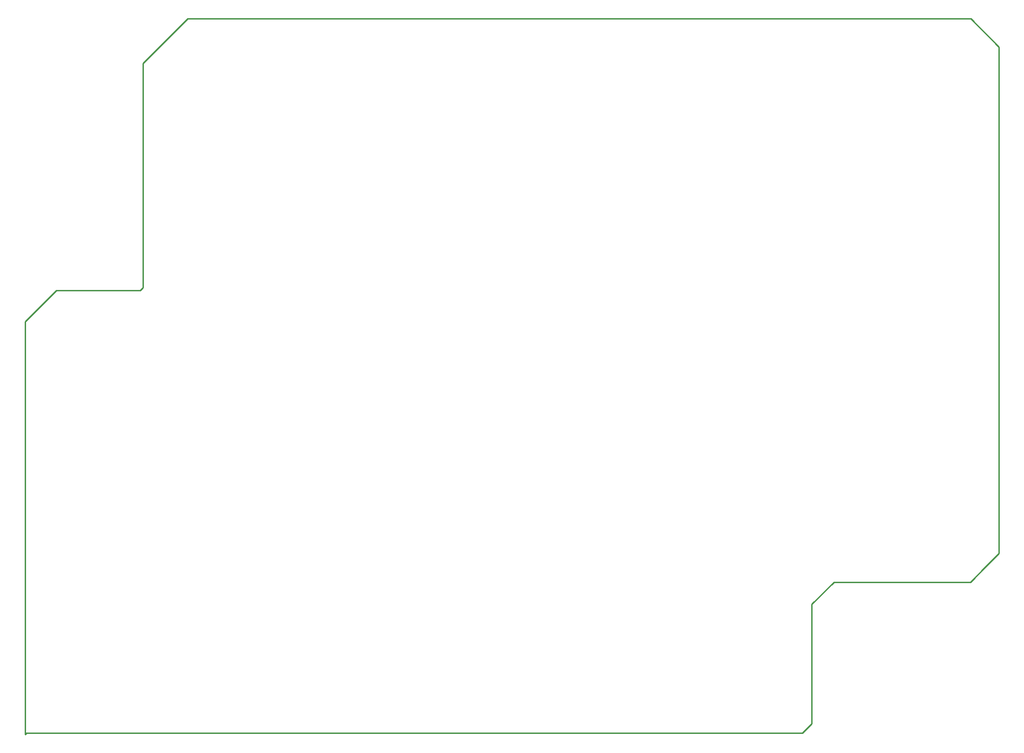
<source format=gko>
G04*
G04 #@! TF.GenerationSoftware,Altium Limited,Altium Designer,24.4.1 (13)*
G04*
G04 Layer_Color=16711935*
%FSLAX25Y25*%
%MOIN*%
G70*
G04*
G04 #@! TF.SameCoordinates,D772E85F-A2A7-474A-8196-155AA2CDE767*
G04*
G04*
G04 #@! TF.FilePolarity,Positive*
G04*
G01*
G75*
%ADD14C,0.01000*%
D14*
X81649Y317049D02*
X83600Y319000D01*
X21647Y317049D02*
X81649D01*
X83600Y479844D02*
X83600Y319000D01*
X-656Y294746D02*
X21647Y317049D01*
X83600Y479844D02*
X115567Y511811D01*
X675900Y108200D02*
X678262Y110562D01*
X684793Y117093D01*
X689700Y122000D02*
X696549Y128849D01*
X684793Y117093D02*
X689700Y122000D01*
X562400Y51500D02*
Y92300D01*
X578300Y108200D01*
X595973D01*
X555700Y0D02*
X562400Y6700D01*
Y51500D01*
X595973Y108200D02*
X675900D01*
X-656Y-911D02*
Y294746D01*
X255Y0D02*
X555700D01*
X-656Y-911D02*
X255Y0D01*
X676303Y511811D02*
X696549Y491565D01*
X115567Y511811D02*
X676303D01*
X696549Y128849D02*
Y491565D01*
M02*

</source>
